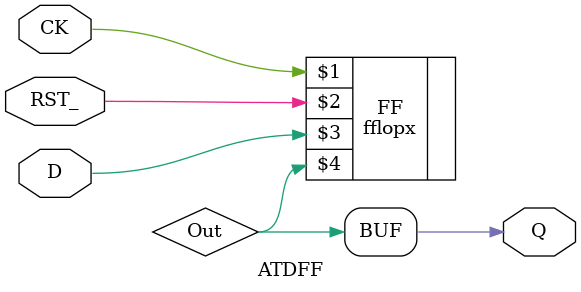
<source format=v>
module ATDFF
    (
     D,
     CK,
     RST_,
     Q
     );
input D;
input CK;
input RST_;
output Q;

wire   Out;
fflopx #(1) FF(CK,RST_,D,Out);

reg    Q;
always @(Out)
    begin
//  #0.56;
    Q = Out;
    end

endmodule

</source>
